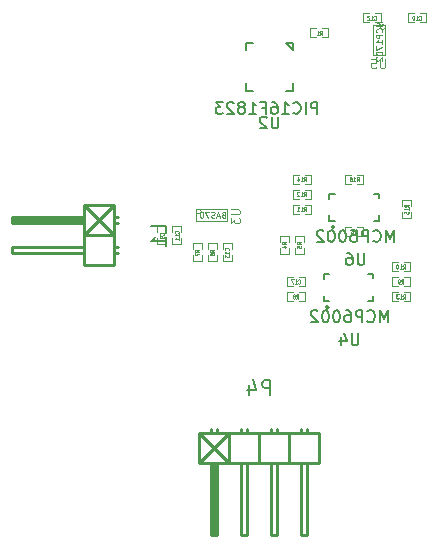
<source format=gbo>
%FSLAX34Y34*%
G04 Gerber Fmt 3.4, Leading zero omitted, Abs format*
G04 (created by PCBNEW (2014-04-07 BZR 4791)-product) date Tue 13 May 2014 10:41:45 AM CEST*
%MOIN*%
G01*
G70*
G90*
G04 APERTURE LIST*
%ADD10C,0.005906*%
%ADD11C,0.002800*%
%ADD12C,0.010000*%
%ADD13C,0.003100*%
%ADD14C,0.008000*%
%ADD15C,0.004700*%
%ADD16C,0.003900*%
G04 APERTURE END LIST*
G54D10*
G54D11*
X60011Y-34474D02*
X60211Y-34474D01*
X60211Y-34474D02*
X60211Y-34774D01*
X60211Y-34774D02*
X60011Y-34774D01*
X59811Y-34474D02*
X59611Y-34474D01*
X59611Y-34474D02*
X59611Y-34774D01*
X59611Y-34774D02*
X59811Y-34774D01*
X53350Y-34650D02*
X53350Y-34450D01*
X53350Y-34450D02*
X53650Y-34450D01*
X53650Y-34450D02*
X53650Y-34650D01*
X53350Y-34850D02*
X53350Y-35050D01*
X53350Y-35050D02*
X53650Y-35050D01*
X53650Y-35050D02*
X53650Y-34850D01*
X62100Y-27350D02*
X62300Y-27350D01*
X62300Y-27350D02*
X62300Y-27650D01*
X62300Y-27650D02*
X62100Y-27650D01*
X61900Y-27350D02*
X61700Y-27350D01*
X61700Y-27350D02*
X61700Y-27650D01*
X61700Y-27650D02*
X61900Y-27650D01*
X53850Y-34650D02*
X53850Y-34450D01*
X53850Y-34450D02*
X54150Y-34450D01*
X54150Y-34450D02*
X54150Y-34650D01*
X53850Y-34850D02*
X53850Y-35050D01*
X53850Y-35050D02*
X54150Y-35050D01*
X54150Y-35050D02*
X54150Y-34850D01*
X60400Y-27650D02*
X60200Y-27650D01*
X60200Y-27650D02*
X60200Y-27350D01*
X60200Y-27350D02*
X60400Y-27350D01*
X60600Y-27650D02*
X60800Y-27650D01*
X60800Y-27650D02*
X60800Y-27350D01*
X60800Y-27350D02*
X60600Y-27350D01*
X55523Y-35220D02*
X55523Y-35020D01*
X55523Y-35020D02*
X55823Y-35020D01*
X55823Y-35020D02*
X55823Y-35220D01*
X55523Y-35420D02*
X55523Y-35620D01*
X55523Y-35620D02*
X55823Y-35620D01*
X55823Y-35620D02*
X55823Y-35420D01*
X57864Y-36445D02*
X57664Y-36445D01*
X57664Y-36445D02*
X57664Y-36145D01*
X57664Y-36145D02*
X57864Y-36145D01*
X58064Y-36445D02*
X58264Y-36445D01*
X58264Y-36445D02*
X58264Y-36145D01*
X58264Y-36145D02*
X58064Y-36145D01*
G54D12*
X50900Y-34750D02*
X51900Y-33750D01*
X50900Y-33750D02*
X51900Y-34750D01*
X50850Y-34200D02*
X48550Y-34200D01*
X48550Y-34200D02*
X48550Y-34300D01*
X48550Y-34300D02*
X50850Y-34300D01*
X50850Y-34300D02*
X50850Y-34250D01*
X50850Y-34250D02*
X48550Y-34250D01*
X51900Y-34150D02*
X52050Y-34150D01*
X51900Y-34350D02*
X52050Y-34350D01*
X51900Y-35150D02*
X52050Y-35150D01*
X51900Y-35350D02*
X52050Y-35350D01*
X51900Y-33750D02*
X50900Y-33750D01*
X51900Y-34750D02*
X50900Y-34750D01*
X51900Y-34750D02*
X51900Y-35750D01*
X51900Y-35750D02*
X50900Y-35750D01*
X50900Y-35150D02*
X48500Y-35150D01*
X48500Y-35150D02*
X48500Y-35350D01*
X48500Y-35350D02*
X50900Y-35350D01*
X50900Y-35750D02*
X50900Y-34750D01*
X50900Y-34750D02*
X50900Y-33750D01*
X48500Y-34350D02*
X50900Y-34350D01*
X48500Y-34150D02*
X48500Y-34350D01*
X50900Y-34150D02*
X48500Y-34150D01*
X51900Y-34750D02*
X50900Y-34750D01*
X51900Y-33750D02*
X51900Y-34750D01*
X55750Y-42350D02*
X54750Y-41350D01*
X54750Y-42350D02*
X55750Y-41350D01*
X55200Y-42400D02*
X55200Y-44700D01*
X55200Y-44700D02*
X55300Y-44700D01*
X55300Y-44700D02*
X55300Y-42400D01*
X55300Y-42400D02*
X55250Y-42400D01*
X55250Y-42400D02*
X55250Y-44700D01*
X55150Y-41350D02*
X55150Y-41200D01*
X55350Y-41350D02*
X55350Y-41200D01*
X56150Y-41350D02*
X56150Y-41200D01*
X56350Y-41350D02*
X56350Y-41200D01*
X57150Y-41350D02*
X57150Y-41200D01*
X57350Y-41350D02*
X57350Y-41200D01*
X58350Y-41350D02*
X58350Y-41200D01*
X58150Y-41350D02*
X58150Y-41200D01*
X54750Y-41350D02*
X54750Y-42350D01*
X55750Y-41350D02*
X55750Y-42350D01*
X55750Y-41350D02*
X56750Y-41350D01*
X56750Y-41350D02*
X56750Y-42350D01*
X56150Y-42350D02*
X56150Y-44750D01*
X56150Y-44750D02*
X56350Y-44750D01*
X56350Y-44750D02*
X56350Y-42350D01*
X56750Y-42350D02*
X55750Y-42350D01*
X55750Y-42350D02*
X54750Y-42350D01*
X55350Y-44750D02*
X55350Y-42350D01*
X55150Y-44750D02*
X55350Y-44750D01*
X55150Y-42350D02*
X55150Y-44750D01*
X55750Y-41350D02*
X55750Y-42350D01*
X54750Y-41350D02*
X55750Y-41350D01*
X57750Y-41350D02*
X57750Y-42350D01*
X57750Y-41350D02*
X58750Y-41350D01*
X58750Y-41350D02*
X58750Y-42350D01*
X58150Y-42350D02*
X58150Y-44750D01*
X58150Y-44750D02*
X58350Y-44750D01*
X58350Y-44750D02*
X58350Y-42350D01*
X58750Y-42350D02*
X57750Y-42350D01*
X57750Y-42350D02*
X56750Y-42350D01*
X57350Y-44750D02*
X57350Y-42350D01*
X57150Y-44750D02*
X57350Y-44750D01*
X57150Y-42350D02*
X57150Y-44750D01*
X57750Y-41350D02*
X57750Y-42350D01*
X56750Y-41350D02*
X57750Y-41350D01*
X56750Y-41350D02*
X56750Y-42350D01*
G54D11*
X58850Y-27850D02*
X59050Y-27850D01*
X59050Y-27850D02*
X59050Y-28150D01*
X59050Y-28150D02*
X58850Y-28150D01*
X58650Y-27850D02*
X58450Y-27850D01*
X58450Y-27850D02*
X58450Y-28150D01*
X58450Y-28150D02*
X58650Y-28150D01*
X57426Y-34970D02*
X57426Y-34770D01*
X57426Y-34770D02*
X57726Y-34770D01*
X57726Y-34770D02*
X57726Y-34970D01*
X57426Y-35170D02*
X57426Y-35370D01*
X57426Y-35370D02*
X57726Y-35370D01*
X57726Y-35370D02*
X57726Y-35170D01*
X58226Y-35170D02*
X58226Y-35370D01*
X58226Y-35370D02*
X57926Y-35370D01*
X57926Y-35370D02*
X57926Y-35170D01*
X58226Y-34970D02*
X58226Y-34770D01*
X58226Y-34770D02*
X57926Y-34770D01*
X57926Y-34770D02*
X57926Y-34970D01*
X55023Y-35220D02*
X55023Y-35020D01*
X55023Y-35020D02*
X55323Y-35020D01*
X55323Y-35020D02*
X55323Y-35220D01*
X55023Y-35420D02*
X55023Y-35620D01*
X55023Y-35620D02*
X55323Y-35620D01*
X55323Y-35620D02*
X55323Y-35420D01*
X54823Y-35420D02*
X54823Y-35620D01*
X54823Y-35620D02*
X54523Y-35620D01*
X54523Y-35620D02*
X54523Y-35420D01*
X54823Y-35220D02*
X54823Y-35020D01*
X54823Y-35020D02*
X54523Y-35020D01*
X54523Y-35020D02*
X54523Y-35220D01*
X57864Y-36945D02*
X57664Y-36945D01*
X57664Y-36945D02*
X57664Y-36645D01*
X57664Y-36645D02*
X57864Y-36645D01*
X58064Y-36945D02*
X58264Y-36945D01*
X58264Y-36945D02*
X58264Y-36645D01*
X58264Y-36645D02*
X58064Y-36645D01*
X61364Y-36445D02*
X61164Y-36445D01*
X61164Y-36445D02*
X61164Y-36145D01*
X61164Y-36145D02*
X61364Y-36145D01*
X61564Y-36445D02*
X61764Y-36445D01*
X61764Y-36445D02*
X61764Y-36145D01*
X61764Y-36145D02*
X61564Y-36145D01*
X61364Y-35945D02*
X61164Y-35945D01*
X61164Y-35945D02*
X61164Y-35645D01*
X61164Y-35645D02*
X61364Y-35645D01*
X61564Y-35945D02*
X61764Y-35945D01*
X61764Y-35945D02*
X61764Y-35645D01*
X61764Y-35645D02*
X61564Y-35645D01*
X58261Y-33724D02*
X58461Y-33724D01*
X58461Y-33724D02*
X58461Y-34024D01*
X58461Y-34024D02*
X58261Y-34024D01*
X58061Y-33724D02*
X57861Y-33724D01*
X57861Y-33724D02*
X57861Y-34024D01*
X57861Y-34024D02*
X58061Y-34024D01*
X58061Y-33524D02*
X57861Y-33524D01*
X57861Y-33524D02*
X57861Y-33224D01*
X57861Y-33224D02*
X58061Y-33224D01*
X58261Y-33524D02*
X58461Y-33524D01*
X58461Y-33524D02*
X58461Y-33224D01*
X58461Y-33224D02*
X58261Y-33224D01*
X61364Y-36945D02*
X61164Y-36945D01*
X61164Y-36945D02*
X61164Y-36645D01*
X61164Y-36645D02*
X61364Y-36645D01*
X61564Y-36945D02*
X61764Y-36945D01*
X61764Y-36945D02*
X61764Y-36645D01*
X61764Y-36645D02*
X61564Y-36645D01*
X58261Y-32724D02*
X58461Y-32724D01*
X58461Y-32724D02*
X58461Y-33024D01*
X58461Y-33024D02*
X58261Y-33024D01*
X58061Y-32724D02*
X57861Y-32724D01*
X57861Y-32724D02*
X57861Y-33024D01*
X57861Y-33024D02*
X58061Y-33024D01*
X61811Y-33974D02*
X61811Y-34174D01*
X61811Y-34174D02*
X61511Y-34174D01*
X61511Y-34174D02*
X61511Y-33974D01*
X61811Y-33774D02*
X61811Y-33574D01*
X61811Y-33574D02*
X61511Y-33574D01*
X61511Y-33574D02*
X61511Y-33774D01*
X60011Y-32724D02*
X60211Y-32724D01*
X60211Y-32724D02*
X60211Y-33024D01*
X60211Y-33024D02*
X60011Y-33024D01*
X59811Y-32724D02*
X59611Y-32724D01*
X59611Y-32724D02*
X59611Y-33024D01*
X59611Y-33024D02*
X59811Y-33024D01*
G54D10*
X57874Y-28582D02*
X57637Y-28346D01*
X57637Y-29921D02*
X57874Y-29921D01*
X57874Y-29921D02*
X57874Y-29685D01*
X56299Y-29685D02*
X56299Y-29921D01*
X56299Y-29921D02*
X56535Y-29921D01*
X56535Y-28346D02*
X56299Y-28346D01*
X56299Y-28346D02*
X56299Y-28582D01*
X57637Y-28346D02*
X57874Y-28346D01*
X57874Y-28346D02*
X57874Y-28582D01*
G54D13*
X54809Y-33952D02*
G75*
G03X54809Y-33952I-79J0D01*
G74*
G01*
X55673Y-34270D02*
X55673Y-33870D01*
X54648Y-34270D02*
X54648Y-33870D01*
X55673Y-33870D02*
X54648Y-33870D01*
X54648Y-34270D02*
X55673Y-34270D01*
G54D10*
X59061Y-37149D02*
G75*
G03X59061Y-37149I-55J0D01*
G74*
G01*
X59084Y-36047D02*
X58887Y-36047D01*
X58887Y-36047D02*
X58887Y-36204D01*
X60541Y-36047D02*
X60383Y-36047D01*
X60541Y-36165D02*
X60541Y-36047D01*
X60383Y-36952D02*
X60541Y-36952D01*
X60541Y-36952D02*
X60541Y-36755D01*
X58887Y-36755D02*
X58887Y-36952D01*
X58887Y-36952D02*
X59084Y-36952D01*
G54D13*
X60947Y-27807D02*
G75*
G03X60947Y-27807I-79J0D01*
G74*
G01*
X60550Y-28750D02*
X60950Y-28750D01*
X60550Y-27725D02*
X60950Y-27725D01*
X60950Y-28750D02*
X60950Y-27725D01*
X60550Y-27725D02*
X60550Y-28750D01*
G54D10*
X59258Y-34478D02*
G75*
G03X59258Y-34478I-55J0D01*
G74*
G01*
X59281Y-33375D02*
X59084Y-33375D01*
X59084Y-33375D02*
X59084Y-33533D01*
X60738Y-33375D02*
X60580Y-33375D01*
X60738Y-33494D02*
X60738Y-33375D01*
X60580Y-34281D02*
X60738Y-34281D01*
X60738Y-34281D02*
X60738Y-34084D01*
X59084Y-34084D02*
X59084Y-34281D01*
X59084Y-34281D02*
X59281Y-34281D01*
G54D11*
X59931Y-34673D02*
X59937Y-34679D01*
X59954Y-34686D01*
X59965Y-34686D01*
X59982Y-34679D01*
X59994Y-34666D01*
X59999Y-34653D01*
X60005Y-34627D01*
X60005Y-34607D01*
X59999Y-34581D01*
X59994Y-34568D01*
X59982Y-34555D01*
X59965Y-34548D01*
X59954Y-34548D01*
X59937Y-34555D01*
X59931Y-34561D01*
X59862Y-34607D02*
X59874Y-34601D01*
X59879Y-34594D01*
X59885Y-34581D01*
X59885Y-34574D01*
X59879Y-34561D01*
X59874Y-34555D01*
X59862Y-34548D01*
X59839Y-34548D01*
X59828Y-34555D01*
X59822Y-34561D01*
X59817Y-34574D01*
X59817Y-34581D01*
X59822Y-34594D01*
X59828Y-34601D01*
X59839Y-34607D01*
X59862Y-34607D01*
X59874Y-34614D01*
X59879Y-34620D01*
X59885Y-34633D01*
X59885Y-34660D01*
X59879Y-34673D01*
X59874Y-34679D01*
X59862Y-34686D01*
X59839Y-34686D01*
X59828Y-34679D01*
X59822Y-34673D01*
X59817Y-34660D01*
X59817Y-34633D01*
X59822Y-34620D01*
X59828Y-34614D01*
X59839Y-34607D01*
X53549Y-34730D02*
X53555Y-34724D01*
X53562Y-34707D01*
X53562Y-34695D01*
X53555Y-34678D01*
X53542Y-34667D01*
X53529Y-34661D01*
X53503Y-34655D01*
X53483Y-34655D01*
X53457Y-34661D01*
X53444Y-34667D01*
X53431Y-34678D01*
X53424Y-34695D01*
X53424Y-34707D01*
X53431Y-34724D01*
X53437Y-34730D01*
X53562Y-34787D02*
X53562Y-34810D01*
X53555Y-34821D01*
X53549Y-34827D01*
X53529Y-34838D01*
X53503Y-34844D01*
X53450Y-34844D01*
X53437Y-34838D01*
X53431Y-34832D01*
X53424Y-34821D01*
X53424Y-34798D01*
X53431Y-34787D01*
X53437Y-34781D01*
X53450Y-34775D01*
X53483Y-34775D01*
X53496Y-34781D01*
X53503Y-34787D01*
X53509Y-34798D01*
X53509Y-34821D01*
X53503Y-34832D01*
X53496Y-34838D01*
X53483Y-34844D01*
X62077Y-27549D02*
X62082Y-27555D01*
X62100Y-27562D01*
X62111Y-27562D01*
X62128Y-27555D01*
X62140Y-27542D01*
X62145Y-27529D01*
X62151Y-27503D01*
X62151Y-27483D01*
X62145Y-27457D01*
X62140Y-27444D01*
X62128Y-27431D01*
X62111Y-27424D01*
X62100Y-27424D01*
X62082Y-27431D01*
X62077Y-27437D01*
X61962Y-27562D02*
X62031Y-27562D01*
X61997Y-27562D02*
X61997Y-27424D01*
X62008Y-27444D01*
X62020Y-27457D01*
X62031Y-27463D01*
X61888Y-27424D02*
X61877Y-27424D01*
X61865Y-27431D01*
X61860Y-27437D01*
X61854Y-27450D01*
X61848Y-27477D01*
X61848Y-27509D01*
X61854Y-27536D01*
X61860Y-27549D01*
X61865Y-27555D01*
X61877Y-27562D01*
X61888Y-27562D01*
X61900Y-27555D01*
X61905Y-27549D01*
X61911Y-27536D01*
X61917Y-27509D01*
X61917Y-27477D01*
X61911Y-27450D01*
X61905Y-27437D01*
X61900Y-27431D01*
X61888Y-27424D01*
X54049Y-34672D02*
X54055Y-34667D01*
X54062Y-34650D01*
X54062Y-34638D01*
X54055Y-34621D01*
X54042Y-34610D01*
X54029Y-34604D01*
X54003Y-34598D01*
X53983Y-34598D01*
X53957Y-34604D01*
X53944Y-34610D01*
X53931Y-34621D01*
X53924Y-34638D01*
X53924Y-34650D01*
X53931Y-34667D01*
X53937Y-34672D01*
X54062Y-34787D02*
X54062Y-34718D01*
X54062Y-34752D02*
X53924Y-34752D01*
X53944Y-34741D01*
X53957Y-34730D01*
X53963Y-34718D01*
X54062Y-34901D02*
X54062Y-34832D01*
X54062Y-34867D02*
X53924Y-34867D01*
X53944Y-34855D01*
X53957Y-34844D01*
X53963Y-34832D01*
X60577Y-27549D02*
X60582Y-27555D01*
X60600Y-27562D01*
X60611Y-27562D01*
X60628Y-27555D01*
X60640Y-27542D01*
X60645Y-27529D01*
X60651Y-27503D01*
X60651Y-27483D01*
X60645Y-27457D01*
X60640Y-27444D01*
X60628Y-27431D01*
X60611Y-27424D01*
X60600Y-27424D01*
X60582Y-27431D01*
X60577Y-27437D01*
X60462Y-27562D02*
X60531Y-27562D01*
X60497Y-27562D02*
X60497Y-27424D01*
X60508Y-27444D01*
X60520Y-27457D01*
X60531Y-27463D01*
X60417Y-27437D02*
X60411Y-27431D01*
X60400Y-27424D01*
X60371Y-27424D01*
X60360Y-27431D01*
X60354Y-27437D01*
X60348Y-27450D01*
X60348Y-27463D01*
X60354Y-27483D01*
X60422Y-27562D01*
X60348Y-27562D01*
X55722Y-35243D02*
X55729Y-35238D01*
X55735Y-35220D01*
X55735Y-35209D01*
X55729Y-35192D01*
X55715Y-35180D01*
X55702Y-35175D01*
X55676Y-35169D01*
X55656Y-35169D01*
X55630Y-35175D01*
X55617Y-35180D01*
X55604Y-35192D01*
X55597Y-35209D01*
X55597Y-35220D01*
X55604Y-35238D01*
X55610Y-35243D01*
X55735Y-35358D02*
X55735Y-35289D01*
X55735Y-35323D02*
X55597Y-35323D01*
X55617Y-35312D01*
X55630Y-35300D01*
X55637Y-35289D01*
X55597Y-35398D02*
X55597Y-35472D01*
X55650Y-35432D01*
X55650Y-35449D01*
X55656Y-35460D01*
X55663Y-35466D01*
X55676Y-35472D01*
X55709Y-35472D01*
X55722Y-35466D01*
X55729Y-35460D01*
X55735Y-35449D01*
X55735Y-35415D01*
X55729Y-35403D01*
X55722Y-35398D01*
X58041Y-36344D02*
X58047Y-36351D01*
X58064Y-36357D01*
X58075Y-36357D01*
X58093Y-36351D01*
X58104Y-36337D01*
X58110Y-36324D01*
X58115Y-36298D01*
X58115Y-36278D01*
X58110Y-36252D01*
X58104Y-36239D01*
X58093Y-36226D01*
X58075Y-36219D01*
X58064Y-36219D01*
X58047Y-36226D01*
X58041Y-36232D01*
X57927Y-36357D02*
X57995Y-36357D01*
X57961Y-36357D02*
X57961Y-36219D01*
X57973Y-36239D01*
X57984Y-36252D01*
X57995Y-36259D01*
X57887Y-36219D02*
X57807Y-36219D01*
X57858Y-36357D01*
G54D14*
X53626Y-34666D02*
X53626Y-34428D01*
X53126Y-34428D01*
X53626Y-35095D02*
X53626Y-34809D01*
X53626Y-34952D02*
X53126Y-34952D01*
X53197Y-34904D01*
X53245Y-34857D01*
X53269Y-34809D01*
X57119Y-40076D02*
X57119Y-39576D01*
X56928Y-39576D01*
X56880Y-39600D01*
X56857Y-39623D01*
X56833Y-39671D01*
X56833Y-39742D01*
X56857Y-39790D01*
X56880Y-39814D01*
X56928Y-39838D01*
X57119Y-39838D01*
X56404Y-39742D02*
X56404Y-40076D01*
X56523Y-39552D02*
X56642Y-39909D01*
X56333Y-39909D01*
G54D11*
X58770Y-28062D02*
X58810Y-27996D01*
X58838Y-28062D02*
X58838Y-27924D01*
X58792Y-27924D01*
X58781Y-27931D01*
X58775Y-27937D01*
X58770Y-27950D01*
X58770Y-27970D01*
X58775Y-27983D01*
X58781Y-27990D01*
X58792Y-27996D01*
X58838Y-27996D01*
X58655Y-28062D02*
X58724Y-28062D01*
X58690Y-28062D02*
X58690Y-27924D01*
X58701Y-27944D01*
X58712Y-27957D01*
X58724Y-27963D01*
X57639Y-35050D02*
X57573Y-35010D01*
X57639Y-34982D02*
X57501Y-34982D01*
X57501Y-35028D01*
X57507Y-35039D01*
X57514Y-35045D01*
X57527Y-35050D01*
X57547Y-35050D01*
X57560Y-35045D01*
X57566Y-35039D01*
X57573Y-35028D01*
X57573Y-34982D01*
X57547Y-35153D02*
X57639Y-35153D01*
X57494Y-35125D02*
X57593Y-35096D01*
X57593Y-35170D01*
X58139Y-35050D02*
X58073Y-35010D01*
X58139Y-34982D02*
X58001Y-34982D01*
X58001Y-35028D01*
X58007Y-35039D01*
X58014Y-35045D01*
X58027Y-35050D01*
X58047Y-35050D01*
X58060Y-35045D01*
X58066Y-35039D01*
X58073Y-35028D01*
X58073Y-34982D01*
X58001Y-35159D02*
X58001Y-35102D01*
X58066Y-35096D01*
X58060Y-35102D01*
X58053Y-35113D01*
X58053Y-35142D01*
X58060Y-35153D01*
X58066Y-35159D01*
X58080Y-35165D01*
X58112Y-35165D01*
X58126Y-35159D01*
X58132Y-35153D01*
X58139Y-35142D01*
X58139Y-35113D01*
X58132Y-35102D01*
X58126Y-35096D01*
X55235Y-35300D02*
X55169Y-35260D01*
X55235Y-35232D02*
X55097Y-35232D01*
X55097Y-35278D01*
X55104Y-35289D01*
X55110Y-35295D01*
X55123Y-35300D01*
X55143Y-35300D01*
X55156Y-35295D01*
X55163Y-35289D01*
X55169Y-35278D01*
X55169Y-35232D01*
X55097Y-35403D02*
X55097Y-35380D01*
X55104Y-35369D01*
X55110Y-35363D01*
X55130Y-35352D01*
X55156Y-35346D01*
X55209Y-35346D01*
X55222Y-35352D01*
X55229Y-35358D01*
X55235Y-35369D01*
X55235Y-35392D01*
X55229Y-35403D01*
X55222Y-35409D01*
X55209Y-35415D01*
X55176Y-35415D01*
X55163Y-35409D01*
X55156Y-35403D01*
X55150Y-35392D01*
X55150Y-35369D01*
X55156Y-35358D01*
X55163Y-35352D01*
X55176Y-35346D01*
X54735Y-35300D02*
X54669Y-35260D01*
X54735Y-35232D02*
X54597Y-35232D01*
X54597Y-35278D01*
X54604Y-35289D01*
X54610Y-35295D01*
X54623Y-35300D01*
X54643Y-35300D01*
X54656Y-35295D01*
X54663Y-35289D01*
X54669Y-35278D01*
X54669Y-35232D01*
X54597Y-35340D02*
X54597Y-35420D01*
X54735Y-35369D01*
X57984Y-36857D02*
X58024Y-36791D01*
X58053Y-36857D02*
X58053Y-36719D01*
X58007Y-36719D01*
X57995Y-36726D01*
X57990Y-36732D01*
X57984Y-36745D01*
X57984Y-36765D01*
X57990Y-36778D01*
X57995Y-36785D01*
X58007Y-36791D01*
X58053Y-36791D01*
X57915Y-36778D02*
X57927Y-36772D01*
X57933Y-36765D01*
X57938Y-36752D01*
X57938Y-36745D01*
X57933Y-36732D01*
X57927Y-36726D01*
X57915Y-36719D01*
X57893Y-36719D01*
X57881Y-36726D01*
X57875Y-36732D01*
X57870Y-36745D01*
X57870Y-36752D01*
X57875Y-36765D01*
X57881Y-36772D01*
X57893Y-36778D01*
X57915Y-36778D01*
X57927Y-36785D01*
X57933Y-36791D01*
X57938Y-36805D01*
X57938Y-36831D01*
X57933Y-36844D01*
X57927Y-36851D01*
X57915Y-36857D01*
X57893Y-36857D01*
X57881Y-36851D01*
X57875Y-36844D01*
X57870Y-36831D01*
X57870Y-36805D01*
X57875Y-36791D01*
X57881Y-36785D01*
X57893Y-36778D01*
X61484Y-36357D02*
X61524Y-36291D01*
X61553Y-36357D02*
X61553Y-36219D01*
X61507Y-36219D01*
X61495Y-36226D01*
X61490Y-36232D01*
X61484Y-36245D01*
X61484Y-36265D01*
X61490Y-36278D01*
X61495Y-36285D01*
X61507Y-36291D01*
X61553Y-36291D01*
X61427Y-36357D02*
X61404Y-36357D01*
X61393Y-36351D01*
X61387Y-36344D01*
X61375Y-36324D01*
X61370Y-36298D01*
X61370Y-36245D01*
X61375Y-36232D01*
X61381Y-36226D01*
X61393Y-36219D01*
X61415Y-36219D01*
X61427Y-36226D01*
X61433Y-36232D01*
X61438Y-36245D01*
X61438Y-36278D01*
X61433Y-36291D01*
X61427Y-36298D01*
X61415Y-36305D01*
X61393Y-36305D01*
X61381Y-36298D01*
X61375Y-36291D01*
X61370Y-36278D01*
X61541Y-35857D02*
X61581Y-35791D01*
X61610Y-35857D02*
X61610Y-35719D01*
X61564Y-35719D01*
X61553Y-35726D01*
X61547Y-35732D01*
X61541Y-35745D01*
X61541Y-35765D01*
X61547Y-35778D01*
X61553Y-35785D01*
X61564Y-35791D01*
X61610Y-35791D01*
X61427Y-35857D02*
X61495Y-35857D01*
X61461Y-35857D02*
X61461Y-35719D01*
X61473Y-35739D01*
X61484Y-35752D01*
X61495Y-35759D01*
X61353Y-35719D02*
X61341Y-35719D01*
X61330Y-35726D01*
X61324Y-35732D01*
X61318Y-35745D01*
X61313Y-35772D01*
X61313Y-35805D01*
X61318Y-35831D01*
X61324Y-35844D01*
X61330Y-35851D01*
X61341Y-35857D01*
X61353Y-35857D01*
X61364Y-35851D01*
X61370Y-35844D01*
X61375Y-35831D01*
X61381Y-35805D01*
X61381Y-35772D01*
X61375Y-35745D01*
X61370Y-35732D01*
X61364Y-35726D01*
X61353Y-35719D01*
X58238Y-33936D02*
X58278Y-33870D01*
X58307Y-33936D02*
X58307Y-33798D01*
X58261Y-33798D01*
X58249Y-33805D01*
X58244Y-33811D01*
X58238Y-33824D01*
X58238Y-33844D01*
X58244Y-33857D01*
X58249Y-33864D01*
X58261Y-33870D01*
X58307Y-33870D01*
X58124Y-33936D02*
X58192Y-33936D01*
X58158Y-33936D02*
X58158Y-33798D01*
X58169Y-33818D01*
X58181Y-33831D01*
X58192Y-33837D01*
X58009Y-33936D02*
X58078Y-33936D01*
X58044Y-33936D02*
X58044Y-33798D01*
X58055Y-33818D01*
X58067Y-33831D01*
X58078Y-33837D01*
X58238Y-33436D02*
X58278Y-33370D01*
X58307Y-33436D02*
X58307Y-33298D01*
X58261Y-33298D01*
X58249Y-33305D01*
X58244Y-33311D01*
X58238Y-33324D01*
X58238Y-33344D01*
X58244Y-33357D01*
X58249Y-33364D01*
X58261Y-33370D01*
X58307Y-33370D01*
X58124Y-33436D02*
X58192Y-33436D01*
X58158Y-33436D02*
X58158Y-33298D01*
X58169Y-33318D01*
X58181Y-33331D01*
X58192Y-33337D01*
X58078Y-33311D02*
X58072Y-33305D01*
X58061Y-33298D01*
X58032Y-33298D01*
X58021Y-33305D01*
X58015Y-33311D01*
X58009Y-33324D01*
X58009Y-33337D01*
X58015Y-33357D01*
X58084Y-33436D01*
X58009Y-33436D01*
X61541Y-36857D02*
X61581Y-36791D01*
X61610Y-36857D02*
X61610Y-36719D01*
X61564Y-36719D01*
X61553Y-36726D01*
X61547Y-36732D01*
X61541Y-36745D01*
X61541Y-36765D01*
X61547Y-36778D01*
X61553Y-36785D01*
X61564Y-36791D01*
X61610Y-36791D01*
X61427Y-36857D02*
X61495Y-36857D01*
X61461Y-36857D02*
X61461Y-36719D01*
X61473Y-36739D01*
X61484Y-36752D01*
X61495Y-36759D01*
X61387Y-36719D02*
X61313Y-36719D01*
X61353Y-36772D01*
X61335Y-36772D01*
X61324Y-36778D01*
X61318Y-36785D01*
X61313Y-36798D01*
X61313Y-36831D01*
X61318Y-36844D01*
X61324Y-36851D01*
X61335Y-36857D01*
X61370Y-36857D01*
X61381Y-36851D01*
X61387Y-36844D01*
X58238Y-32936D02*
X58278Y-32870D01*
X58307Y-32936D02*
X58307Y-32798D01*
X58261Y-32798D01*
X58249Y-32805D01*
X58244Y-32811D01*
X58238Y-32824D01*
X58238Y-32844D01*
X58244Y-32857D01*
X58249Y-32864D01*
X58261Y-32870D01*
X58307Y-32870D01*
X58124Y-32936D02*
X58192Y-32936D01*
X58158Y-32936D02*
X58158Y-32798D01*
X58169Y-32818D01*
X58181Y-32831D01*
X58192Y-32837D01*
X58021Y-32844D02*
X58021Y-32936D01*
X58049Y-32791D02*
X58078Y-32890D01*
X58004Y-32890D01*
X61723Y-33796D02*
X61658Y-33756D01*
X61723Y-33728D02*
X61585Y-33728D01*
X61585Y-33774D01*
X61592Y-33785D01*
X61598Y-33791D01*
X61612Y-33796D01*
X61631Y-33796D01*
X61644Y-33791D01*
X61651Y-33785D01*
X61658Y-33774D01*
X61658Y-33728D01*
X61723Y-33911D02*
X61723Y-33842D01*
X61723Y-33876D02*
X61585Y-33876D01*
X61605Y-33865D01*
X61618Y-33854D01*
X61625Y-33842D01*
X61585Y-34019D02*
X61585Y-33962D01*
X61651Y-33956D01*
X61644Y-33962D01*
X61638Y-33974D01*
X61638Y-34002D01*
X61644Y-34014D01*
X61651Y-34019D01*
X61664Y-34025D01*
X61697Y-34025D01*
X61710Y-34019D01*
X61717Y-34014D01*
X61723Y-34002D01*
X61723Y-33974D01*
X61717Y-33962D01*
X61710Y-33956D01*
X59988Y-32936D02*
X60028Y-32870D01*
X60057Y-32936D02*
X60057Y-32798D01*
X60011Y-32798D01*
X59999Y-32805D01*
X59994Y-32811D01*
X59988Y-32824D01*
X59988Y-32844D01*
X59994Y-32857D01*
X59999Y-32864D01*
X60011Y-32870D01*
X60057Y-32870D01*
X59874Y-32936D02*
X59942Y-32936D01*
X59908Y-32936D02*
X59908Y-32798D01*
X59919Y-32818D01*
X59931Y-32831D01*
X59942Y-32837D01*
X59771Y-32798D02*
X59794Y-32798D01*
X59805Y-32805D01*
X59811Y-32811D01*
X59822Y-32831D01*
X59828Y-32857D01*
X59828Y-32910D01*
X59822Y-32923D01*
X59817Y-32929D01*
X59805Y-32936D01*
X59782Y-32936D01*
X59771Y-32929D01*
X59765Y-32923D01*
X59759Y-32910D01*
X59759Y-32877D01*
X59765Y-32864D01*
X59771Y-32857D01*
X59782Y-32851D01*
X59805Y-32851D01*
X59817Y-32857D01*
X59822Y-32864D01*
X59828Y-32877D01*
G54D10*
X57386Y-30788D02*
X57386Y-31107D01*
X57367Y-31144D01*
X57349Y-31163D01*
X57311Y-31182D01*
X57236Y-31182D01*
X57199Y-31163D01*
X57180Y-31144D01*
X57161Y-31107D01*
X57161Y-30788D01*
X56992Y-30825D02*
X56974Y-30807D01*
X56936Y-30788D01*
X56842Y-30788D01*
X56805Y-30807D01*
X56786Y-30825D01*
X56767Y-30863D01*
X56767Y-30900D01*
X56786Y-30957D01*
X57011Y-31182D01*
X56767Y-31182D01*
X58685Y-30699D02*
X58685Y-30306D01*
X58535Y-30306D01*
X58497Y-30324D01*
X58479Y-30343D01*
X58460Y-30381D01*
X58460Y-30437D01*
X58479Y-30474D01*
X58497Y-30493D01*
X58535Y-30512D01*
X58685Y-30512D01*
X58291Y-30699D02*
X58291Y-30306D01*
X57879Y-30662D02*
X57897Y-30681D01*
X57954Y-30699D01*
X57991Y-30699D01*
X58047Y-30681D01*
X58085Y-30643D01*
X58104Y-30606D01*
X58122Y-30531D01*
X58122Y-30474D01*
X58104Y-30399D01*
X58085Y-30362D01*
X58047Y-30324D01*
X57991Y-30306D01*
X57954Y-30306D01*
X57897Y-30324D01*
X57879Y-30343D01*
X57504Y-30699D02*
X57729Y-30699D01*
X57616Y-30699D02*
X57616Y-30306D01*
X57654Y-30362D01*
X57691Y-30399D01*
X57729Y-30418D01*
X57166Y-30306D02*
X57241Y-30306D01*
X57279Y-30324D01*
X57297Y-30343D01*
X57335Y-30399D01*
X57354Y-30474D01*
X57354Y-30624D01*
X57335Y-30662D01*
X57316Y-30681D01*
X57279Y-30699D01*
X57204Y-30699D01*
X57166Y-30681D01*
X57148Y-30662D01*
X57129Y-30624D01*
X57129Y-30531D01*
X57148Y-30493D01*
X57166Y-30474D01*
X57204Y-30456D01*
X57279Y-30456D01*
X57316Y-30474D01*
X57335Y-30493D01*
X57354Y-30531D01*
X56829Y-30493D02*
X56960Y-30493D01*
X56960Y-30699D02*
X56960Y-30306D01*
X56773Y-30306D01*
X56416Y-30699D02*
X56641Y-30699D01*
X56529Y-30699D02*
X56529Y-30306D01*
X56566Y-30362D01*
X56604Y-30399D01*
X56641Y-30418D01*
X56191Y-30474D02*
X56229Y-30456D01*
X56248Y-30437D01*
X56266Y-30399D01*
X56266Y-30381D01*
X56248Y-30343D01*
X56229Y-30324D01*
X56191Y-30306D01*
X56116Y-30306D01*
X56079Y-30324D01*
X56060Y-30343D01*
X56041Y-30381D01*
X56041Y-30399D01*
X56060Y-30437D01*
X56079Y-30456D01*
X56116Y-30474D01*
X56191Y-30474D01*
X56229Y-30493D01*
X56248Y-30512D01*
X56266Y-30549D01*
X56266Y-30624D01*
X56248Y-30662D01*
X56229Y-30681D01*
X56191Y-30699D01*
X56116Y-30699D01*
X56079Y-30681D01*
X56060Y-30662D01*
X56041Y-30624D01*
X56041Y-30549D01*
X56060Y-30512D01*
X56079Y-30493D01*
X56116Y-30474D01*
X55891Y-30343D02*
X55873Y-30324D01*
X55835Y-30306D01*
X55741Y-30306D01*
X55704Y-30324D01*
X55685Y-30343D01*
X55666Y-30381D01*
X55666Y-30418D01*
X55685Y-30474D01*
X55910Y-30699D01*
X55666Y-30699D01*
X55535Y-30306D02*
X55291Y-30306D01*
X55423Y-30456D01*
X55366Y-30456D01*
X55329Y-30474D01*
X55310Y-30493D01*
X55291Y-30531D01*
X55291Y-30624D01*
X55310Y-30662D01*
X55329Y-30681D01*
X55366Y-30699D01*
X55479Y-30699D01*
X55516Y-30681D01*
X55535Y-30662D01*
G54D15*
X55795Y-33881D02*
X56038Y-33881D01*
X56067Y-33895D01*
X56081Y-33909D01*
X56095Y-33938D01*
X56095Y-33995D01*
X56081Y-34024D01*
X56067Y-34038D01*
X56038Y-34052D01*
X55795Y-34052D01*
X55795Y-34167D02*
X55795Y-34352D01*
X55910Y-34252D01*
X55910Y-34295D01*
X55924Y-34324D01*
X55938Y-34338D01*
X55967Y-34352D01*
X56038Y-34352D01*
X56067Y-34338D01*
X56081Y-34324D01*
X56095Y-34295D01*
X56095Y-34209D01*
X56081Y-34181D01*
X56067Y-34167D01*
G54D16*
X55550Y-34056D02*
X55521Y-34066D01*
X55512Y-34075D01*
X55503Y-34094D01*
X55503Y-34122D01*
X55512Y-34141D01*
X55521Y-34150D01*
X55540Y-34159D01*
X55615Y-34159D01*
X55615Y-33962D01*
X55550Y-33962D01*
X55531Y-33972D01*
X55521Y-33981D01*
X55512Y-34000D01*
X55512Y-34019D01*
X55521Y-34038D01*
X55531Y-34047D01*
X55550Y-34056D01*
X55615Y-34056D01*
X55428Y-34103D02*
X55334Y-34103D01*
X55446Y-34159D02*
X55381Y-33962D01*
X55315Y-34159D01*
X55259Y-34150D02*
X55231Y-34159D01*
X55184Y-34159D01*
X55165Y-34150D01*
X55156Y-34141D01*
X55146Y-34122D01*
X55146Y-34103D01*
X55156Y-34084D01*
X55165Y-34075D01*
X55184Y-34066D01*
X55221Y-34056D01*
X55240Y-34047D01*
X55249Y-34038D01*
X55259Y-34019D01*
X55259Y-34000D01*
X55249Y-33981D01*
X55240Y-33972D01*
X55221Y-33962D01*
X55174Y-33962D01*
X55146Y-33972D01*
X55080Y-33962D02*
X54949Y-33962D01*
X55034Y-34159D01*
X54837Y-33962D02*
X54818Y-33962D01*
X54799Y-33972D01*
X54790Y-33981D01*
X54780Y-34000D01*
X54771Y-34038D01*
X54771Y-34084D01*
X54780Y-34122D01*
X54790Y-34141D01*
X54799Y-34150D01*
X54818Y-34159D01*
X54837Y-34159D01*
X54855Y-34150D01*
X54865Y-34141D01*
X54874Y-34122D01*
X54883Y-34084D01*
X54883Y-34038D01*
X54874Y-34000D01*
X54865Y-33981D01*
X54855Y-33972D01*
X54837Y-33962D01*
G54D10*
X60053Y-38016D02*
X60053Y-38335D01*
X60035Y-38372D01*
X60016Y-38391D01*
X59978Y-38410D01*
X59903Y-38410D01*
X59866Y-38391D01*
X59847Y-38372D01*
X59828Y-38335D01*
X59828Y-38016D01*
X59472Y-38147D02*
X59472Y-38410D01*
X59566Y-37997D02*
X59660Y-38279D01*
X59416Y-38279D01*
X61028Y-37642D02*
X61028Y-37248D01*
X60897Y-37530D01*
X60766Y-37248D01*
X60766Y-37642D01*
X60353Y-37605D02*
X60372Y-37623D01*
X60428Y-37642D01*
X60466Y-37642D01*
X60522Y-37623D01*
X60560Y-37586D01*
X60578Y-37548D01*
X60597Y-37473D01*
X60597Y-37417D01*
X60578Y-37342D01*
X60560Y-37305D01*
X60522Y-37267D01*
X60466Y-37248D01*
X60428Y-37248D01*
X60372Y-37267D01*
X60353Y-37286D01*
X60185Y-37642D02*
X60185Y-37248D01*
X60035Y-37248D01*
X59997Y-37267D01*
X59978Y-37286D01*
X59960Y-37323D01*
X59960Y-37380D01*
X59978Y-37417D01*
X59997Y-37436D01*
X60035Y-37455D01*
X60185Y-37455D01*
X59622Y-37248D02*
X59697Y-37248D01*
X59735Y-37267D01*
X59753Y-37286D01*
X59791Y-37342D01*
X59810Y-37417D01*
X59810Y-37567D01*
X59791Y-37605D01*
X59772Y-37623D01*
X59735Y-37642D01*
X59660Y-37642D01*
X59622Y-37623D01*
X59603Y-37605D01*
X59585Y-37567D01*
X59585Y-37473D01*
X59603Y-37436D01*
X59622Y-37417D01*
X59660Y-37398D01*
X59735Y-37398D01*
X59772Y-37417D01*
X59791Y-37436D01*
X59810Y-37473D01*
X59341Y-37248D02*
X59303Y-37248D01*
X59266Y-37267D01*
X59247Y-37286D01*
X59229Y-37323D01*
X59210Y-37398D01*
X59210Y-37492D01*
X59229Y-37567D01*
X59247Y-37605D01*
X59266Y-37623D01*
X59303Y-37642D01*
X59341Y-37642D01*
X59378Y-37623D01*
X59397Y-37605D01*
X59416Y-37567D01*
X59435Y-37492D01*
X59435Y-37398D01*
X59416Y-37323D01*
X59397Y-37286D01*
X59378Y-37267D01*
X59341Y-37248D01*
X58966Y-37248D02*
X58929Y-37248D01*
X58891Y-37267D01*
X58872Y-37286D01*
X58854Y-37323D01*
X58835Y-37398D01*
X58835Y-37492D01*
X58854Y-37567D01*
X58872Y-37605D01*
X58891Y-37623D01*
X58929Y-37642D01*
X58966Y-37642D01*
X59004Y-37623D01*
X59022Y-37605D01*
X59041Y-37567D01*
X59060Y-37492D01*
X59060Y-37398D01*
X59041Y-37323D01*
X59022Y-37286D01*
X59004Y-37267D01*
X58966Y-37248D01*
X58685Y-37286D02*
X58666Y-37267D01*
X58629Y-37248D01*
X58535Y-37248D01*
X58497Y-37267D01*
X58479Y-37286D01*
X58460Y-37323D01*
X58460Y-37361D01*
X58479Y-37417D01*
X58704Y-37642D01*
X58460Y-37642D01*
G54D15*
X60939Y-28872D02*
X60939Y-29115D01*
X60925Y-29144D01*
X60911Y-29158D01*
X60882Y-29172D01*
X60825Y-29172D01*
X60796Y-29158D01*
X60782Y-29144D01*
X60768Y-29115D01*
X60768Y-28872D01*
X60482Y-28872D02*
X60625Y-28872D01*
X60639Y-29015D01*
X60625Y-29001D01*
X60596Y-28987D01*
X60525Y-28987D01*
X60496Y-29001D01*
X60482Y-29015D01*
X60468Y-29044D01*
X60468Y-29115D01*
X60482Y-29144D01*
X60496Y-29158D01*
X60525Y-29172D01*
X60596Y-29172D01*
X60625Y-29158D01*
X60639Y-29144D01*
G54D16*
X60839Y-27637D02*
X60642Y-27637D01*
X60782Y-27702D01*
X60642Y-27768D01*
X60839Y-27768D01*
X60820Y-27974D02*
X60829Y-27965D01*
X60839Y-27937D01*
X60839Y-27918D01*
X60829Y-27890D01*
X60810Y-27871D01*
X60792Y-27862D01*
X60754Y-27852D01*
X60726Y-27852D01*
X60689Y-27862D01*
X60670Y-27871D01*
X60651Y-27890D01*
X60642Y-27918D01*
X60642Y-27937D01*
X60651Y-27965D01*
X60660Y-27974D01*
X60839Y-28059D02*
X60642Y-28059D01*
X60642Y-28134D01*
X60651Y-28153D01*
X60660Y-28162D01*
X60679Y-28171D01*
X60707Y-28171D01*
X60726Y-28162D01*
X60735Y-28153D01*
X60745Y-28134D01*
X60745Y-28059D01*
X60839Y-28359D02*
X60839Y-28246D01*
X60839Y-28303D02*
X60642Y-28303D01*
X60670Y-28284D01*
X60689Y-28265D01*
X60698Y-28246D01*
X60642Y-28425D02*
X60642Y-28556D01*
X60839Y-28472D01*
X60642Y-28669D02*
X60642Y-28687D01*
X60651Y-28706D01*
X60660Y-28715D01*
X60679Y-28725D01*
X60717Y-28734D01*
X60764Y-28734D01*
X60801Y-28725D01*
X60820Y-28715D01*
X60829Y-28706D01*
X60839Y-28687D01*
X60839Y-28669D01*
X60829Y-28650D01*
X60820Y-28640D01*
X60801Y-28631D01*
X60764Y-28622D01*
X60717Y-28622D01*
X60679Y-28631D01*
X60660Y-28640D01*
X60651Y-28650D01*
X60642Y-28669D01*
X60660Y-28809D02*
X60651Y-28819D01*
X60642Y-28837D01*
X60642Y-28884D01*
X60651Y-28903D01*
X60660Y-28912D01*
X60679Y-28922D01*
X60698Y-28922D01*
X60726Y-28912D01*
X60839Y-28800D01*
X60839Y-28922D01*
G54D10*
X60250Y-35345D02*
X60250Y-35664D01*
X60232Y-35701D01*
X60213Y-35720D01*
X60175Y-35739D01*
X60100Y-35739D01*
X60063Y-35720D01*
X60044Y-35701D01*
X60025Y-35664D01*
X60025Y-35345D01*
X59669Y-35345D02*
X59744Y-35345D01*
X59782Y-35364D01*
X59800Y-35382D01*
X59838Y-35439D01*
X59857Y-35514D01*
X59857Y-35664D01*
X59838Y-35701D01*
X59819Y-35720D01*
X59782Y-35739D01*
X59707Y-35739D01*
X59669Y-35720D01*
X59650Y-35701D01*
X59632Y-35664D01*
X59632Y-35570D01*
X59650Y-35532D01*
X59669Y-35514D01*
X59707Y-35495D01*
X59782Y-35495D01*
X59819Y-35514D01*
X59838Y-35532D01*
X59857Y-35570D01*
X61225Y-34971D02*
X61225Y-34577D01*
X61094Y-34858D01*
X60963Y-34577D01*
X60963Y-34971D01*
X60550Y-34933D02*
X60569Y-34952D01*
X60625Y-34971D01*
X60663Y-34971D01*
X60719Y-34952D01*
X60756Y-34915D01*
X60775Y-34877D01*
X60794Y-34802D01*
X60794Y-34746D01*
X60775Y-34671D01*
X60756Y-34633D01*
X60719Y-34596D01*
X60663Y-34577D01*
X60625Y-34577D01*
X60569Y-34596D01*
X60550Y-34615D01*
X60381Y-34971D02*
X60381Y-34577D01*
X60232Y-34577D01*
X60194Y-34596D01*
X60175Y-34615D01*
X60157Y-34652D01*
X60157Y-34708D01*
X60175Y-34746D01*
X60194Y-34765D01*
X60232Y-34783D01*
X60381Y-34783D01*
X59819Y-34577D02*
X59894Y-34577D01*
X59932Y-34596D01*
X59950Y-34615D01*
X59988Y-34671D01*
X60007Y-34746D01*
X60007Y-34896D01*
X59988Y-34933D01*
X59969Y-34952D01*
X59932Y-34971D01*
X59857Y-34971D01*
X59819Y-34952D01*
X59800Y-34933D01*
X59782Y-34896D01*
X59782Y-34802D01*
X59800Y-34765D01*
X59819Y-34746D01*
X59857Y-34727D01*
X59932Y-34727D01*
X59969Y-34746D01*
X59988Y-34765D01*
X60007Y-34802D01*
X59538Y-34577D02*
X59500Y-34577D01*
X59463Y-34596D01*
X59444Y-34615D01*
X59425Y-34652D01*
X59407Y-34727D01*
X59407Y-34821D01*
X59425Y-34896D01*
X59444Y-34933D01*
X59463Y-34952D01*
X59500Y-34971D01*
X59538Y-34971D01*
X59575Y-34952D01*
X59594Y-34933D01*
X59613Y-34896D01*
X59632Y-34821D01*
X59632Y-34727D01*
X59613Y-34652D01*
X59594Y-34615D01*
X59575Y-34596D01*
X59538Y-34577D01*
X59163Y-34577D02*
X59125Y-34577D01*
X59088Y-34596D01*
X59069Y-34615D01*
X59050Y-34652D01*
X59032Y-34727D01*
X59032Y-34821D01*
X59050Y-34896D01*
X59069Y-34933D01*
X59088Y-34952D01*
X59125Y-34971D01*
X59163Y-34971D01*
X59200Y-34952D01*
X59219Y-34933D01*
X59238Y-34896D01*
X59257Y-34821D01*
X59257Y-34727D01*
X59238Y-34652D01*
X59219Y-34615D01*
X59200Y-34596D01*
X59163Y-34577D01*
X58882Y-34615D02*
X58863Y-34596D01*
X58825Y-34577D01*
X58732Y-34577D01*
X58694Y-34596D01*
X58675Y-34615D01*
X58657Y-34652D01*
X58657Y-34690D01*
X58675Y-34746D01*
X58900Y-34971D01*
X58657Y-34971D01*
M02*

</source>
